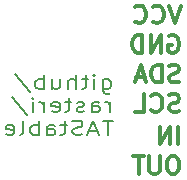
<source format=gbr>
%TF.GenerationSoftware,KiCad,Pcbnew,(7.0.0)*%
%TF.CreationDate,2023-08-01T12:49:58+01:00*%
%TF.ProjectId,TAStable,54415374-6162-46c6-952e-6b696361645f,rev?*%
%TF.SameCoordinates,Original*%
%TF.FileFunction,Legend,Bot*%
%TF.FilePolarity,Positive*%
%FSLAX46Y46*%
G04 Gerber Fmt 4.6, Leading zero omitted, Abs format (unit mm)*
G04 Created by KiCad (PCBNEW (7.0.0)) date 2023-08-01 12:49:58*
%MOMM*%
%LPD*%
G01*
G04 APERTURE LIST*
%ADD10C,0.300000*%
%ADD11C,0.200000*%
G04 APERTURE END LIST*
D10*
X138491665Y-101729642D02*
X138277380Y-101801071D01*
X138277380Y-101801071D02*
X137920237Y-101801071D01*
X137920237Y-101801071D02*
X137777380Y-101729642D01*
X137777380Y-101729642D02*
X137705951Y-101658214D01*
X137705951Y-101658214D02*
X137634522Y-101515357D01*
X137634522Y-101515357D02*
X137634522Y-101372500D01*
X137634522Y-101372500D02*
X137705951Y-101229642D01*
X137705951Y-101229642D02*
X137777380Y-101158214D01*
X137777380Y-101158214D02*
X137920237Y-101086785D01*
X137920237Y-101086785D02*
X138205951Y-101015357D01*
X138205951Y-101015357D02*
X138348808Y-100943928D01*
X138348808Y-100943928D02*
X138420237Y-100872500D01*
X138420237Y-100872500D02*
X138491665Y-100729642D01*
X138491665Y-100729642D02*
X138491665Y-100586785D01*
X138491665Y-100586785D02*
X138420237Y-100443928D01*
X138420237Y-100443928D02*
X138348808Y-100372500D01*
X138348808Y-100372500D02*
X138205951Y-100301071D01*
X138205951Y-100301071D02*
X137848808Y-100301071D01*
X137848808Y-100301071D02*
X137634522Y-100372500D01*
X136134523Y-101658214D02*
X136205951Y-101729642D01*
X136205951Y-101729642D02*
X136420237Y-101801071D01*
X136420237Y-101801071D02*
X136563094Y-101801071D01*
X136563094Y-101801071D02*
X136777380Y-101729642D01*
X136777380Y-101729642D02*
X136920237Y-101586785D01*
X136920237Y-101586785D02*
X136991666Y-101443928D01*
X136991666Y-101443928D02*
X137063094Y-101158214D01*
X137063094Y-101158214D02*
X137063094Y-100943928D01*
X137063094Y-100943928D02*
X136991666Y-100658214D01*
X136991666Y-100658214D02*
X136920237Y-100515357D01*
X136920237Y-100515357D02*
X136777380Y-100372500D01*
X136777380Y-100372500D02*
X136563094Y-100301071D01*
X136563094Y-100301071D02*
X136420237Y-100301071D01*
X136420237Y-100301071D02*
X136205951Y-100372500D01*
X136205951Y-100372500D02*
X136134523Y-100443928D01*
X134777380Y-101801071D02*
X135491666Y-101801071D01*
X135491666Y-101801071D02*
X135491666Y-100301071D01*
X138392857Y-104551071D02*
X138392857Y-103051071D01*
X137678571Y-104551071D02*
X137678571Y-103051071D01*
X137678571Y-103051071D02*
X136821428Y-104551071D01*
X136821428Y-104551071D02*
X136821428Y-103051071D01*
X138607142Y-92801071D02*
X138107142Y-94301071D01*
X138107142Y-94301071D02*
X137607142Y-92801071D01*
X136250000Y-94158214D02*
X136321428Y-94229642D01*
X136321428Y-94229642D02*
X136535714Y-94301071D01*
X136535714Y-94301071D02*
X136678571Y-94301071D01*
X136678571Y-94301071D02*
X136892857Y-94229642D01*
X136892857Y-94229642D02*
X137035714Y-94086785D01*
X137035714Y-94086785D02*
X137107143Y-93943928D01*
X137107143Y-93943928D02*
X137178571Y-93658214D01*
X137178571Y-93658214D02*
X137178571Y-93443928D01*
X137178571Y-93443928D02*
X137107143Y-93158214D01*
X137107143Y-93158214D02*
X137035714Y-93015357D01*
X137035714Y-93015357D02*
X136892857Y-92872500D01*
X136892857Y-92872500D02*
X136678571Y-92801071D01*
X136678571Y-92801071D02*
X136535714Y-92801071D01*
X136535714Y-92801071D02*
X136321428Y-92872500D01*
X136321428Y-92872500D02*
X136250000Y-92943928D01*
X134750000Y-94158214D02*
X134821428Y-94229642D01*
X134821428Y-94229642D02*
X135035714Y-94301071D01*
X135035714Y-94301071D02*
X135178571Y-94301071D01*
X135178571Y-94301071D02*
X135392857Y-94229642D01*
X135392857Y-94229642D02*
X135535714Y-94086785D01*
X135535714Y-94086785D02*
X135607143Y-93943928D01*
X135607143Y-93943928D02*
X135678571Y-93658214D01*
X135678571Y-93658214D02*
X135678571Y-93443928D01*
X135678571Y-93443928D02*
X135607143Y-93158214D01*
X135607143Y-93158214D02*
X135535714Y-93015357D01*
X135535714Y-93015357D02*
X135392857Y-92872500D01*
X135392857Y-92872500D02*
X135178571Y-92801071D01*
X135178571Y-92801071D02*
X135035714Y-92801071D01*
X135035714Y-92801071D02*
X134821428Y-92872500D01*
X134821428Y-92872500D02*
X134750000Y-92943928D01*
X138491665Y-99229642D02*
X138277380Y-99301071D01*
X138277380Y-99301071D02*
X137920237Y-99301071D01*
X137920237Y-99301071D02*
X137777380Y-99229642D01*
X137777380Y-99229642D02*
X137705951Y-99158214D01*
X137705951Y-99158214D02*
X137634522Y-99015357D01*
X137634522Y-99015357D02*
X137634522Y-98872500D01*
X137634522Y-98872500D02*
X137705951Y-98729642D01*
X137705951Y-98729642D02*
X137777380Y-98658214D01*
X137777380Y-98658214D02*
X137920237Y-98586785D01*
X137920237Y-98586785D02*
X138205951Y-98515357D01*
X138205951Y-98515357D02*
X138348808Y-98443928D01*
X138348808Y-98443928D02*
X138420237Y-98372500D01*
X138420237Y-98372500D02*
X138491665Y-98229642D01*
X138491665Y-98229642D02*
X138491665Y-98086785D01*
X138491665Y-98086785D02*
X138420237Y-97943928D01*
X138420237Y-97943928D02*
X138348808Y-97872500D01*
X138348808Y-97872500D02*
X138205951Y-97801071D01*
X138205951Y-97801071D02*
X137848808Y-97801071D01*
X137848808Y-97801071D02*
X137634522Y-97872500D01*
X136991666Y-99301071D02*
X136991666Y-97801071D01*
X136991666Y-97801071D02*
X136634523Y-97801071D01*
X136634523Y-97801071D02*
X136420237Y-97872500D01*
X136420237Y-97872500D02*
X136277380Y-98015357D01*
X136277380Y-98015357D02*
X136205951Y-98158214D01*
X136205951Y-98158214D02*
X136134523Y-98443928D01*
X136134523Y-98443928D02*
X136134523Y-98658214D01*
X136134523Y-98658214D02*
X136205951Y-98943928D01*
X136205951Y-98943928D02*
X136277380Y-99086785D01*
X136277380Y-99086785D02*
X136420237Y-99229642D01*
X136420237Y-99229642D02*
X136634523Y-99301071D01*
X136634523Y-99301071D02*
X136991666Y-99301071D01*
X135563094Y-98872500D02*
X134848809Y-98872500D01*
X135705951Y-99301071D02*
X135205951Y-97801071D01*
X135205951Y-97801071D02*
X134705951Y-99301071D01*
X138107142Y-105551071D02*
X137821428Y-105551071D01*
X137821428Y-105551071D02*
X137678571Y-105622500D01*
X137678571Y-105622500D02*
X137535714Y-105765357D01*
X137535714Y-105765357D02*
X137464285Y-106051071D01*
X137464285Y-106051071D02*
X137464285Y-106551071D01*
X137464285Y-106551071D02*
X137535714Y-106836785D01*
X137535714Y-106836785D02*
X137678571Y-106979642D01*
X137678571Y-106979642D02*
X137821428Y-107051071D01*
X137821428Y-107051071D02*
X138107142Y-107051071D01*
X138107142Y-107051071D02*
X138250000Y-106979642D01*
X138250000Y-106979642D02*
X138392857Y-106836785D01*
X138392857Y-106836785D02*
X138464285Y-106551071D01*
X138464285Y-106551071D02*
X138464285Y-106051071D01*
X138464285Y-106051071D02*
X138392857Y-105765357D01*
X138392857Y-105765357D02*
X138250000Y-105622500D01*
X138250000Y-105622500D02*
X138107142Y-105551071D01*
X136821428Y-105551071D02*
X136821428Y-106765357D01*
X136821428Y-106765357D02*
X136749999Y-106908214D01*
X136749999Y-106908214D02*
X136678571Y-106979642D01*
X136678571Y-106979642D02*
X136535713Y-107051071D01*
X136535713Y-107051071D02*
X136249999Y-107051071D01*
X136249999Y-107051071D02*
X136107142Y-106979642D01*
X136107142Y-106979642D02*
X136035713Y-106908214D01*
X136035713Y-106908214D02*
X135964285Y-106765357D01*
X135964285Y-106765357D02*
X135964285Y-105551071D01*
X135464284Y-105551071D02*
X134607142Y-105551071D01*
X135035713Y-107051071D02*
X135035713Y-105551071D01*
X137634522Y-95372500D02*
X137777380Y-95301071D01*
X137777380Y-95301071D02*
X137991665Y-95301071D01*
X137991665Y-95301071D02*
X138205951Y-95372500D01*
X138205951Y-95372500D02*
X138348808Y-95515357D01*
X138348808Y-95515357D02*
X138420237Y-95658214D01*
X138420237Y-95658214D02*
X138491665Y-95943928D01*
X138491665Y-95943928D02*
X138491665Y-96158214D01*
X138491665Y-96158214D02*
X138420237Y-96443928D01*
X138420237Y-96443928D02*
X138348808Y-96586785D01*
X138348808Y-96586785D02*
X138205951Y-96729642D01*
X138205951Y-96729642D02*
X137991665Y-96801071D01*
X137991665Y-96801071D02*
X137848808Y-96801071D01*
X137848808Y-96801071D02*
X137634522Y-96729642D01*
X137634522Y-96729642D02*
X137563094Y-96658214D01*
X137563094Y-96658214D02*
X137563094Y-96158214D01*
X137563094Y-96158214D02*
X137848808Y-96158214D01*
X136920237Y-96801071D02*
X136920237Y-95301071D01*
X136920237Y-95301071D02*
X136063094Y-96801071D01*
X136063094Y-96801071D02*
X136063094Y-95301071D01*
X135348808Y-96801071D02*
X135348808Y-95301071D01*
X135348808Y-95301071D02*
X134991665Y-95301071D01*
X134991665Y-95301071D02*
X134777379Y-95372500D01*
X134777379Y-95372500D02*
X134634522Y-95515357D01*
X134634522Y-95515357D02*
X134563093Y-95658214D01*
X134563093Y-95658214D02*
X134491665Y-95943928D01*
X134491665Y-95943928D02*
X134491665Y-96158214D01*
X134491665Y-96158214D02*
X134563093Y-96443928D01*
X134563093Y-96443928D02*
X134634522Y-96586785D01*
X134634522Y-96586785D02*
X134777379Y-96729642D01*
X134777379Y-96729642D02*
X134991665Y-96801071D01*
X134991665Y-96801071D02*
X135348808Y-96801071D01*
D11*
X132000000Y-99050857D02*
X132000000Y-100022285D01*
X132000000Y-100022285D02*
X132071428Y-100136571D01*
X132071428Y-100136571D02*
X132142857Y-100193714D01*
X132142857Y-100193714D02*
X132285714Y-100250857D01*
X132285714Y-100250857D02*
X132500000Y-100250857D01*
X132500000Y-100250857D02*
X132642857Y-100193714D01*
X132000000Y-99793714D02*
X132142857Y-99850857D01*
X132142857Y-99850857D02*
X132428571Y-99850857D01*
X132428571Y-99850857D02*
X132571428Y-99793714D01*
X132571428Y-99793714D02*
X132642857Y-99736571D01*
X132642857Y-99736571D02*
X132714285Y-99622285D01*
X132714285Y-99622285D02*
X132714285Y-99279428D01*
X132714285Y-99279428D02*
X132642857Y-99165142D01*
X132642857Y-99165142D02*
X132571428Y-99108000D01*
X132571428Y-99108000D02*
X132428571Y-99050857D01*
X132428571Y-99050857D02*
X132142857Y-99050857D01*
X132142857Y-99050857D02*
X132000000Y-99108000D01*
X131285714Y-99850857D02*
X131285714Y-99050857D01*
X131285714Y-98650857D02*
X131357142Y-98708000D01*
X131357142Y-98708000D02*
X131285714Y-98765142D01*
X131285714Y-98765142D02*
X131214285Y-98708000D01*
X131214285Y-98708000D02*
X131285714Y-98650857D01*
X131285714Y-98650857D02*
X131285714Y-98765142D01*
X130785713Y-99050857D02*
X130214285Y-99050857D01*
X130571428Y-98650857D02*
X130571428Y-99679428D01*
X130571428Y-99679428D02*
X130499999Y-99793714D01*
X130499999Y-99793714D02*
X130357142Y-99850857D01*
X130357142Y-99850857D02*
X130214285Y-99850857D01*
X129714285Y-99850857D02*
X129714285Y-98650857D01*
X129071428Y-99850857D02*
X129071428Y-99222285D01*
X129071428Y-99222285D02*
X129142856Y-99108000D01*
X129142856Y-99108000D02*
X129285713Y-99050857D01*
X129285713Y-99050857D02*
X129499999Y-99050857D01*
X129499999Y-99050857D02*
X129642856Y-99108000D01*
X129642856Y-99108000D02*
X129714285Y-99165142D01*
X127714285Y-99050857D02*
X127714285Y-99850857D01*
X128357142Y-99050857D02*
X128357142Y-99679428D01*
X128357142Y-99679428D02*
X128285713Y-99793714D01*
X128285713Y-99793714D02*
X128142856Y-99850857D01*
X128142856Y-99850857D02*
X127928570Y-99850857D01*
X127928570Y-99850857D02*
X127785713Y-99793714D01*
X127785713Y-99793714D02*
X127714285Y-99736571D01*
X126999999Y-99850857D02*
X126999999Y-98650857D01*
X126999999Y-99108000D02*
X126857142Y-99050857D01*
X126857142Y-99050857D02*
X126571427Y-99050857D01*
X126571427Y-99050857D02*
X126428570Y-99108000D01*
X126428570Y-99108000D02*
X126357142Y-99165142D01*
X126357142Y-99165142D02*
X126285713Y-99279428D01*
X126285713Y-99279428D02*
X126285713Y-99622285D01*
X126285713Y-99622285D02*
X126357142Y-99736571D01*
X126357142Y-99736571D02*
X126428570Y-99793714D01*
X126428570Y-99793714D02*
X126571427Y-99850857D01*
X126571427Y-99850857D02*
X126857142Y-99850857D01*
X126857142Y-99850857D02*
X126999999Y-99793714D01*
X124571427Y-98593714D02*
X125857141Y-100136571D01*
X132642857Y-101794857D02*
X132642857Y-100994857D01*
X132642857Y-101223428D02*
X132571428Y-101109142D01*
X132571428Y-101109142D02*
X132500000Y-101052000D01*
X132500000Y-101052000D02*
X132357142Y-100994857D01*
X132357142Y-100994857D02*
X132214285Y-100994857D01*
X131071429Y-101794857D02*
X131071429Y-101166285D01*
X131071429Y-101166285D02*
X131142857Y-101052000D01*
X131142857Y-101052000D02*
X131285714Y-100994857D01*
X131285714Y-100994857D02*
X131571429Y-100994857D01*
X131571429Y-100994857D02*
X131714286Y-101052000D01*
X131071429Y-101737714D02*
X131214286Y-101794857D01*
X131214286Y-101794857D02*
X131571429Y-101794857D01*
X131571429Y-101794857D02*
X131714286Y-101737714D01*
X131714286Y-101737714D02*
X131785714Y-101623428D01*
X131785714Y-101623428D02*
X131785714Y-101509142D01*
X131785714Y-101509142D02*
X131714286Y-101394857D01*
X131714286Y-101394857D02*
X131571429Y-101337714D01*
X131571429Y-101337714D02*
X131214286Y-101337714D01*
X131214286Y-101337714D02*
X131071429Y-101280571D01*
X130428571Y-101737714D02*
X130285714Y-101794857D01*
X130285714Y-101794857D02*
X130000000Y-101794857D01*
X130000000Y-101794857D02*
X129857143Y-101737714D01*
X129857143Y-101737714D02*
X129785714Y-101623428D01*
X129785714Y-101623428D02*
X129785714Y-101566285D01*
X129785714Y-101566285D02*
X129857143Y-101452000D01*
X129857143Y-101452000D02*
X130000000Y-101394857D01*
X130000000Y-101394857D02*
X130214286Y-101394857D01*
X130214286Y-101394857D02*
X130357143Y-101337714D01*
X130357143Y-101337714D02*
X130428571Y-101223428D01*
X130428571Y-101223428D02*
X130428571Y-101166285D01*
X130428571Y-101166285D02*
X130357143Y-101052000D01*
X130357143Y-101052000D02*
X130214286Y-100994857D01*
X130214286Y-100994857D02*
X130000000Y-100994857D01*
X130000000Y-100994857D02*
X129857143Y-101052000D01*
X129357142Y-100994857D02*
X128785714Y-100994857D01*
X129142857Y-100594857D02*
X129142857Y-101623428D01*
X129142857Y-101623428D02*
X129071428Y-101737714D01*
X129071428Y-101737714D02*
X128928571Y-101794857D01*
X128928571Y-101794857D02*
X128785714Y-101794857D01*
X127714285Y-101737714D02*
X127857142Y-101794857D01*
X127857142Y-101794857D02*
X128142857Y-101794857D01*
X128142857Y-101794857D02*
X128285714Y-101737714D01*
X128285714Y-101737714D02*
X128357142Y-101623428D01*
X128357142Y-101623428D02*
X128357142Y-101166285D01*
X128357142Y-101166285D02*
X128285714Y-101052000D01*
X128285714Y-101052000D02*
X128142857Y-100994857D01*
X128142857Y-100994857D02*
X127857142Y-100994857D01*
X127857142Y-100994857D02*
X127714285Y-101052000D01*
X127714285Y-101052000D02*
X127642857Y-101166285D01*
X127642857Y-101166285D02*
X127642857Y-101280571D01*
X127642857Y-101280571D02*
X128357142Y-101394857D01*
X127000000Y-101794857D02*
X127000000Y-100994857D01*
X127000000Y-101223428D02*
X126928571Y-101109142D01*
X126928571Y-101109142D02*
X126857143Y-101052000D01*
X126857143Y-101052000D02*
X126714285Y-100994857D01*
X126714285Y-100994857D02*
X126571428Y-100994857D01*
X126071429Y-101794857D02*
X126071429Y-100994857D01*
X126071429Y-100594857D02*
X126142857Y-100652000D01*
X126142857Y-100652000D02*
X126071429Y-100709142D01*
X126071429Y-100709142D02*
X126000000Y-100652000D01*
X126000000Y-100652000D02*
X126071429Y-100594857D01*
X126071429Y-100594857D02*
X126071429Y-100709142D01*
X124285714Y-100537714D02*
X125571428Y-102080571D01*
X132857142Y-102538857D02*
X132000000Y-102538857D01*
X132428571Y-103738857D02*
X132428571Y-102538857D01*
X131571428Y-103396000D02*
X130857143Y-103396000D01*
X131714285Y-103738857D02*
X131214285Y-102538857D01*
X131214285Y-102538857D02*
X130714285Y-103738857D01*
X130285714Y-103681714D02*
X130071429Y-103738857D01*
X130071429Y-103738857D02*
X129714286Y-103738857D01*
X129714286Y-103738857D02*
X129571429Y-103681714D01*
X129571429Y-103681714D02*
X129500000Y-103624571D01*
X129500000Y-103624571D02*
X129428571Y-103510285D01*
X129428571Y-103510285D02*
X129428571Y-103396000D01*
X129428571Y-103396000D02*
X129500000Y-103281714D01*
X129500000Y-103281714D02*
X129571429Y-103224571D01*
X129571429Y-103224571D02*
X129714286Y-103167428D01*
X129714286Y-103167428D02*
X130000000Y-103110285D01*
X130000000Y-103110285D02*
X130142857Y-103053142D01*
X130142857Y-103053142D02*
X130214286Y-102996000D01*
X130214286Y-102996000D02*
X130285714Y-102881714D01*
X130285714Y-102881714D02*
X130285714Y-102767428D01*
X130285714Y-102767428D02*
X130214286Y-102653142D01*
X130214286Y-102653142D02*
X130142857Y-102596000D01*
X130142857Y-102596000D02*
X130000000Y-102538857D01*
X130000000Y-102538857D02*
X129642857Y-102538857D01*
X129642857Y-102538857D02*
X129428571Y-102596000D01*
X129000000Y-102938857D02*
X128428572Y-102938857D01*
X128785715Y-102538857D02*
X128785715Y-103567428D01*
X128785715Y-103567428D02*
X128714286Y-103681714D01*
X128714286Y-103681714D02*
X128571429Y-103738857D01*
X128571429Y-103738857D02*
X128428572Y-103738857D01*
X127285715Y-103738857D02*
X127285715Y-103110285D01*
X127285715Y-103110285D02*
X127357143Y-102996000D01*
X127357143Y-102996000D02*
X127500000Y-102938857D01*
X127500000Y-102938857D02*
X127785715Y-102938857D01*
X127785715Y-102938857D02*
X127928572Y-102996000D01*
X127285715Y-103681714D02*
X127428572Y-103738857D01*
X127428572Y-103738857D02*
X127785715Y-103738857D01*
X127785715Y-103738857D02*
X127928572Y-103681714D01*
X127928572Y-103681714D02*
X128000000Y-103567428D01*
X128000000Y-103567428D02*
X128000000Y-103453142D01*
X128000000Y-103453142D02*
X127928572Y-103338857D01*
X127928572Y-103338857D02*
X127785715Y-103281714D01*
X127785715Y-103281714D02*
X127428572Y-103281714D01*
X127428572Y-103281714D02*
X127285715Y-103224571D01*
X126571429Y-103738857D02*
X126571429Y-102538857D01*
X126571429Y-102996000D02*
X126428572Y-102938857D01*
X126428572Y-102938857D02*
X126142857Y-102938857D01*
X126142857Y-102938857D02*
X126000000Y-102996000D01*
X126000000Y-102996000D02*
X125928572Y-103053142D01*
X125928572Y-103053142D02*
X125857143Y-103167428D01*
X125857143Y-103167428D02*
X125857143Y-103510285D01*
X125857143Y-103510285D02*
X125928572Y-103624571D01*
X125928572Y-103624571D02*
X126000000Y-103681714D01*
X126000000Y-103681714D02*
X126142857Y-103738857D01*
X126142857Y-103738857D02*
X126428572Y-103738857D01*
X126428572Y-103738857D02*
X126571429Y-103681714D01*
X125000000Y-103738857D02*
X125142857Y-103681714D01*
X125142857Y-103681714D02*
X125214286Y-103567428D01*
X125214286Y-103567428D02*
X125214286Y-102538857D01*
X123857143Y-103681714D02*
X124000000Y-103738857D01*
X124000000Y-103738857D02*
X124285715Y-103738857D01*
X124285715Y-103738857D02*
X124428572Y-103681714D01*
X124428572Y-103681714D02*
X124500000Y-103567428D01*
X124500000Y-103567428D02*
X124500000Y-103110285D01*
X124500000Y-103110285D02*
X124428572Y-102996000D01*
X124428572Y-102996000D02*
X124285715Y-102938857D01*
X124285715Y-102938857D02*
X124000000Y-102938857D01*
X124000000Y-102938857D02*
X123857143Y-102996000D01*
X123857143Y-102996000D02*
X123785715Y-103110285D01*
X123785715Y-103110285D02*
X123785715Y-103224571D01*
X123785715Y-103224571D02*
X124500000Y-103338857D01*
M02*

</source>
